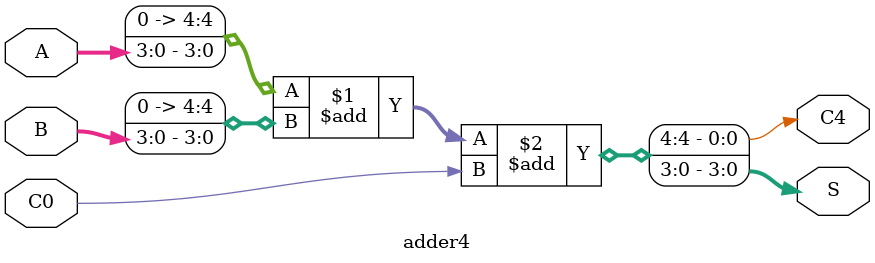
<source format=v>
`timescale 1ns / 1ps
module adder4(
    input [3:0] A,
    input [3:0] B,
    input C0,
    output [3:0] S,
    output C4
    );

  assign {C4,S} = {1'b0, A} + {1'b0, B} + C0;
  

endmodule

</source>
